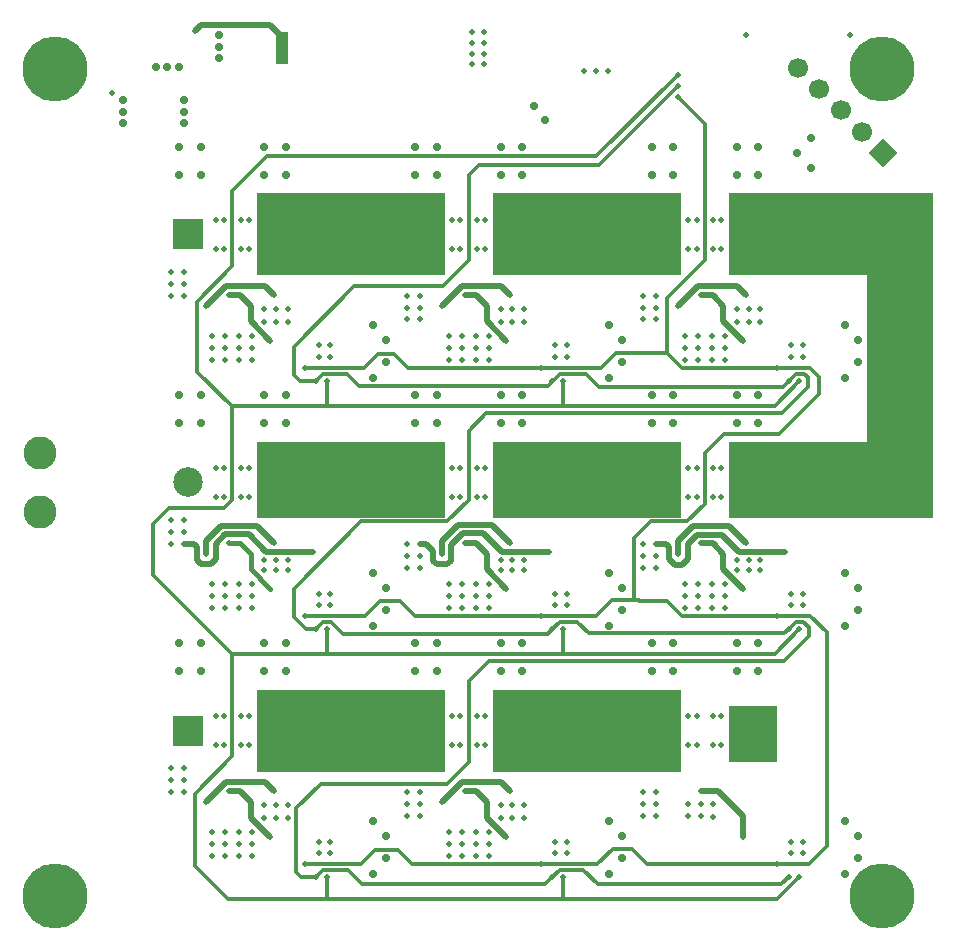
<source format=gbl>
G04*
G04 #@! TF.GenerationSoftware,Altium Limited,Altium Designer,23.3.1 (30)*
G04*
G04 Layer_Physical_Order=4*
G04 Layer_Color=16711680*
%FSLAX25Y25*%
%MOIN*%
G70*
G04*
G04 #@! TF.SameCoordinates,CC060F13-8039-4013-9EB4-17962B1888DE*
G04*
G04*
G04 #@! TF.FilePolarity,Positive*
G04*
G01*
G75*
%ADD11C,0.01181*%
%ADD58C,0.01968*%
%ADD60C,0.01575*%
%ADD108C,0.11024*%
%ADD109C,0.06693*%
%ADD110P,0.09465X4X180.0*%
%ADD111C,0.09843*%
%ADD112R,0.09843X0.09843*%
%ADD113C,0.21654*%
%ADD114C,0.01968*%
%ADD115C,0.02756*%
%ADD123C,0.01181*%
%ADD124R,0.03937X0.11024*%
%ADD125R,0.16142X0.18898*%
%ADD126R,0.68110X0.25591*%
%ADD127R,0.62992X0.27559*%
%ADD128R,0.62756X0.25591*%
%ADD129R,0.62756X0.25591*%
%ADD130R,0.66929X0.27559*%
%ADD131R,0.22047X1.07874*%
D11*
X66929Y217717D02*
X78740Y229528D01*
X66929Y194299D02*
Y217717D01*
Y194299D02*
X78740Y183071D01*
X212598Y138976D02*
X218110Y144488D01*
X212598Y118150D02*
Y138976D01*
X218110Y144488D02*
X230315D01*
X121653D02*
X150394D01*
X157480Y151575D01*
Y174803D01*
X230315Y144488D02*
X236221Y150394D01*
Y167323D01*
X205158Y118150D02*
X212598D01*
X214370D01*
X214410Y118110D02*
X223622D01*
X99213Y122047D02*
X121653Y144488D01*
X99213Y112598D02*
Y122047D01*
Y112598D02*
X103150Y108661D01*
X78740Y151575D02*
Y183071D01*
X52362Y126772D02*
X78740Y100394D01*
X52362Y126772D02*
Y143701D01*
X57480Y148819D01*
X75984D01*
X78740Y151575D01*
Y229528D02*
Y254724D01*
X90158Y266142D01*
X200098D02*
X227362Y293406D01*
X90158Y266142D02*
X200098D01*
X157480Y259842D02*
X161024Y263386D01*
X201083D02*
X227362Y289665D01*
X161024Y263386D02*
X201083D01*
X270866Y30315D02*
X276772Y36220D01*
Y107480D01*
X260343Y30315D02*
X270866D01*
X262570Y98003D02*
X270773Y106206D01*
X164145Y98003D02*
X262570D01*
X157480Y91339D02*
X164145Y98003D01*
X188978Y100394D02*
X259450D01*
X188978D02*
Y108661D01*
X109546Y100394D02*
X188978D01*
X78740D02*
X109546D01*
X259450D02*
X267718Y108661D01*
X109892Y100740D02*
X110238Y101086D01*
Y108661D01*
X109546Y100394D02*
X109892Y100740D01*
X102862Y112992D02*
X122835D01*
X127953Y118110D02*
X134646D01*
X122835Y112992D02*
X127953Y118110D01*
X134646D02*
X139764Y112992D01*
X181602D01*
X132677Y200394D02*
X137402Y195669D01*
X127165Y200394D02*
X132677D01*
X137402Y195669D02*
X181602D01*
X200787Y189370D02*
X262206D01*
X264175Y191339D01*
X266537Y193701D01*
X183860Y189764D02*
X187797Y193701D01*
X120866Y189764D02*
X183860D01*
X261726Y23536D02*
X264175Y25984D01*
X195669Y28346D02*
X200480Y23536D01*
X261726D01*
X183039Y23589D02*
X185435Y25984D01*
X117323Y28346D02*
X122080Y23589D01*
X183039D01*
X185435Y25984D02*
X187797Y28346D01*
X211811Y35433D02*
X216929Y30315D01*
X205512Y35433D02*
X211811D01*
X216929Y30315D02*
X260343D01*
X271260Y112992D02*
X276772Y107480D01*
X260343Y112992D02*
X271260D01*
X228740D02*
X260343D01*
X157480Y64173D02*
Y91339D01*
X150394Y57087D02*
X157480Y64173D01*
X270773Y106206D02*
Y109331D01*
X269080Y111024D02*
X270773Y109331D01*
X266537Y111024D02*
X269080D01*
X264175Y108661D02*
X266537Y111024D01*
X262657Y107144D02*
X264175Y108661D01*
X197581Y107144D02*
X262657D01*
X193701Y111024D02*
X197581Y107144D01*
X109057Y111024D02*
X111660D01*
X115621Y107063D01*
X183836D01*
X185435Y108661D02*
X187797Y111024D01*
X183836Y107063D02*
X185435Y108661D01*
X214370Y118150D02*
X214410Y118110D01*
X223622D02*
X228740Y112992D01*
X200000D02*
X205158Y118150D01*
X228740Y195669D02*
X260343D01*
X223622Y200787D02*
X228740Y195669D01*
X260343D02*
X271260D01*
X187797Y28346D02*
X195669D01*
X109057D02*
X117323D01*
X106694Y25984D02*
X109057Y28346D01*
X100000Y27559D02*
X101575Y25984D01*
X106694D01*
X100000Y27559D02*
Y48819D01*
X108268Y57087D01*
X150394D01*
X187797Y111024D02*
X193701D01*
X106694Y108661D02*
X109057Y111024D01*
X103150Y108661D02*
X106694D01*
X157480Y174803D02*
X163386Y180709D01*
X261811D01*
X270472Y189370D02*
Y192520D01*
X261811Y180709D02*
X270472Y189370D01*
X266537Y193701D02*
X269291D01*
X270472Y192520D01*
X188976Y18504D02*
X260238D01*
X109843D02*
X188976D01*
X188978Y18505D02*
Y25984D01*
X188976Y18504D02*
X188978Y18505D01*
X77165Y18504D02*
X109843D01*
X110238Y18899D01*
Y25984D01*
X260238Y18504D02*
X267718Y25984D01*
X66142Y29528D02*
X77165Y18504D01*
X66142Y29528D02*
Y53543D01*
X78740Y66142D01*
Y100394D01*
Y183071D02*
X110630D01*
X236221Y167323D02*
X242520Y173622D01*
X261024D01*
X274410Y187008D01*
X196457Y193701D02*
X200787Y189370D01*
X187797Y193701D02*
X196457D01*
X109057D02*
X116929D01*
X120866Y189764D01*
X106694Y191339D02*
X109057Y193701D01*
X110630Y183071D02*
X189370D01*
X110238Y183463D02*
Y191339D01*
Y183463D02*
X110630Y183071D01*
X189370D02*
X259450D01*
X188978Y183463D02*
Y191339D01*
Y183463D02*
X189370Y183071D01*
X259450D02*
X267718Y191339D01*
X119291Y222835D02*
X148819D01*
X99213Y202756D02*
X119291Y222835D01*
X148819D02*
X157480Y231496D01*
X99213Y193307D02*
Y202756D01*
Y193307D02*
X101181Y191339D01*
X106694D01*
X157480Y231496D02*
Y259842D01*
X133858Y35039D02*
X138583Y30315D01*
X181602D01*
X126378Y35039D02*
X133858D01*
X121653Y30315D02*
X126378Y35039D01*
X102862Y30315D02*
X121653D01*
X200394D02*
X205512Y35433D01*
X181602Y30315D02*
X200394D01*
X181602Y112992D02*
X200000D01*
X274410Y187008D02*
Y192520D01*
X271260Y195669D02*
X274410Y192520D01*
X102862Y195669D02*
X122441D01*
X127165Y200394D01*
X223622Y200787D02*
Y218898D01*
X206693Y200787D02*
X223622D01*
X201575Y195669D02*
X206693Y200787D01*
X181602Y195669D02*
X201575D01*
X223622Y218898D02*
X236221Y231496D01*
Y277067D01*
X227362Y285925D02*
X236221Y277067D01*
D58*
X66929Y131496D02*
X68110Y130315D01*
X71653D02*
X73228Y131890D01*
X68110Y130315D02*
X71653D01*
X66929Y131496D02*
Y135855D01*
X73228Y131890D02*
Y137008D01*
X62598Y137008D02*
X65776D01*
X66929Y135855D01*
X143307Y137008D02*
X145669Y134646D01*
X146822Y130315D02*
X150385D01*
X145669Y131468D02*
Y134646D01*
Y131468D02*
X146822Y130315D01*
X150385D02*
X151538Y131468D01*
Y136577D01*
X141339Y137008D02*
X143307D01*
X230709Y131890D02*
Y137008D01*
X228740Y129921D02*
X230709Y131890D01*
X226378Y129921D02*
X228740D01*
X224410Y131890D02*
X226378Y129921D01*
X224410Y131890D02*
Y135855D01*
X220079Y137008D02*
X223256D01*
X224410Y135855D01*
X90078Y134252D02*
X105512D01*
X76377Y140156D02*
X84173D01*
X90078Y134252D01*
X73228Y137008D02*
X76377Y140156D01*
X151538Y136577D02*
X155439Y140478D01*
X162278D02*
X168504Y134252D01*
X155439Y140478D02*
X162278D01*
X148688Y133661D02*
Y137970D01*
X153955Y143238D02*
X165284D01*
X148688Y137970D02*
X153955Y143238D01*
X165284D02*
X171317Y137205D01*
X86898Y142883D02*
X92577Y137205D01*
X69947Y138058D02*
X74773Y142883D01*
X86898D01*
X241886Y139851D02*
X247485Y134252D01*
X262992D01*
X233552Y139851D02*
X241886D01*
X227428Y133661D02*
Y138134D01*
X232207Y142913D01*
X244349D01*
X230709Y137008D02*
X233552Y139851D01*
X244349Y142913D02*
X250057Y137205D01*
X68110Y309842D02*
X91338D01*
X66142Y307874D02*
X68110Y309842D01*
X91338D02*
X94882Y306299D01*
X95276D01*
X168504Y134252D02*
X184252D01*
X69947Y133661D02*
Y138058D01*
X77625Y219882D02*
X81365D01*
X84908Y216339D01*
X69947D02*
X76443Y222835D01*
X89624D01*
X92577Y219882D01*
X240748Y54527D02*
X248819Y46457D01*
Y39370D02*
Y46457D01*
X235105Y54527D02*
X240748D01*
X163648Y45801D02*
Y50984D01*
Y45801D02*
X170079Y39370D01*
X84908Y45801D02*
X91339Y39370D01*
X84908Y45801D02*
Y50984D01*
X235105Y137205D02*
X238845D01*
X250057D02*
X250066D01*
X238845D02*
X242388Y133661D01*
Y128478D02*
Y133661D01*
X248819Y122047D02*
Y122047D01*
X242388Y128478D02*
X248819Y122047D01*
X163648Y128478D02*
X170079Y122047D01*
Y122047D02*
Y122047D01*
X163648Y128478D02*
Y133661D01*
X160105Y137205D02*
X163648Y133661D01*
X171317Y137205D02*
X171325D01*
X156365D02*
X160105D01*
X92577Y137205D02*
X92585D01*
X242388Y211155D02*
X248819Y204724D01*
Y204724D02*
Y204724D01*
X242388Y211155D02*
Y216339D01*
X238845Y219882D02*
X242388Y216339D01*
X250057Y219882D02*
X250066D01*
X235105D02*
X238845D01*
X227428Y216339D02*
X233924Y222835D01*
X247105D02*
X250057Y219882D01*
X233924Y222835D02*
X247105D01*
X155184D02*
X168365D01*
X171317Y219882D01*
X148688Y216339D02*
X155184Y222835D01*
X156365Y219882D02*
X160105D01*
X171317D02*
X171325D01*
X160105D02*
X163648Y216339D01*
Y211155D02*
Y216339D01*
X170079Y204724D02*
Y204724D01*
X163648Y211155D02*
X170079Y204724D01*
X84908Y211155D02*
X91339Y204724D01*
Y204724D02*
Y204724D01*
X84908Y211155D02*
Y216339D01*
X92577Y219882D02*
X92585D01*
X160105Y54527D02*
X163648Y50984D01*
X171317Y54527D02*
X171325D01*
X156365D02*
X160105D01*
X148688Y50984D02*
X155184Y57480D01*
X168365D02*
X171317Y54527D01*
X155184Y57480D02*
X168365D01*
X76443D02*
X89624D01*
X92577Y54527D01*
X69947Y50984D02*
X76443Y57480D01*
X77625Y54527D02*
X81365D01*
X92577D02*
X92585D01*
X81365D02*
X84908Y50984D01*
D60*
X81365Y137205D02*
X84908Y133661D01*
X77625Y137205D02*
X81365D01*
X84908Y128478D02*
Y133661D01*
X91339Y122047D02*
Y122047D01*
X84908Y128478D02*
X91339Y122047D01*
D108*
X14764Y147636D02*
D03*
Y167321D02*
D03*
D109*
X267354Y295638D02*
D03*
X274425Y288567D02*
D03*
X281496Y281496D02*
D03*
X288567Y274425D02*
D03*
D110*
X295638Y267354D02*
D03*
D111*
X172126Y74803D02*
D03*
X250866D02*
D03*
X93386D02*
D03*
X142835Y157480D02*
D03*
X221575D02*
D03*
X64095D02*
D03*
X250866Y240158D02*
D03*
X172126D02*
D03*
X93386D02*
D03*
D112*
X142598Y74803D02*
D03*
X221339D02*
D03*
X63858D02*
D03*
X172362Y157480D02*
D03*
X251102D02*
D03*
X93622D02*
D03*
X221339Y240158D02*
D03*
X142598D02*
D03*
X63858D02*
D03*
D113*
X295276Y295276D02*
D03*
X19685D02*
D03*
X295276Y19685D02*
D03*
X19685D02*
D03*
D114*
X38476Y287402D02*
D03*
X66142Y307874D02*
D03*
X158661Y296850D02*
D03*
Y300394D02*
D03*
Y307480D02*
D03*
Y303937D02*
D03*
X162598Y300394D02*
D03*
Y296850D02*
D03*
Y307480D02*
D03*
Y303937D02*
D03*
X262992Y134252D02*
D03*
X184252D02*
D03*
X105512D02*
D03*
X248819Y39370D02*
D03*
X170079D02*
D03*
X91339D02*
D03*
X268899Y33858D02*
D03*
X227362Y289665D02*
D03*
X227362Y293406D02*
D03*
Y285925D02*
D03*
X249893Y306693D02*
D03*
X284752D02*
D03*
X196063Y294488D02*
D03*
X200000D02*
D03*
X203937D02*
D03*
X264175Y25984D02*
D03*
X267718D02*
D03*
X268899Y37795D02*
D03*
X260343Y30315D02*
D03*
X264962Y37795D02*
D03*
Y33858D02*
D03*
X238976Y46063D02*
D03*
Y50394D02*
D03*
X230709Y46457D02*
D03*
Y50394D02*
D03*
X235039D02*
D03*
Y46457D02*
D03*
X220079Y133071D02*
D03*
X215748D02*
D03*
Y129134D02*
D03*
Y137008D02*
D03*
X220079D02*
D03*
Y129134D02*
D03*
X233858Y119685D02*
D03*
X229528D02*
D03*
X233858Y115748D02*
D03*
Y123622D02*
D03*
X229528Y115748D02*
D03*
Y123622D02*
D03*
X246850Y131496D02*
D03*
X250787D02*
D03*
X254724D02*
D03*
X250787Y128347D02*
D03*
X254724D02*
D03*
X235105Y137205D02*
D03*
X267718Y108661D02*
D03*
X242913Y115748D02*
D03*
X238583Y123622D02*
D03*
Y115748D02*
D03*
X242913Y119685D02*
D03*
X238583D02*
D03*
X268899Y120472D02*
D03*
Y116535D02*
D03*
X264962Y120472D02*
D03*
Y116535D02*
D03*
X250066Y137205D02*
D03*
X242388Y133661D02*
D03*
X241732Y152756D02*
D03*
X238976D02*
D03*
X241732Y162205D02*
D03*
X238976D02*
D03*
X227428Y133661D02*
D03*
X233465Y162205D02*
D03*
X230709D02*
D03*
X233465Y152756D02*
D03*
X230709D02*
D03*
X246850Y128347D02*
D03*
X242913Y123622D02*
D03*
X260343Y112992D02*
D03*
X264175Y108661D02*
D03*
X248819Y122047D02*
D03*
X170079D02*
D03*
X181602Y112992D02*
D03*
X164173Y123622D02*
D03*
X168110Y128347D02*
D03*
X151969Y152756D02*
D03*
X154724D02*
D03*
X151969Y162205D02*
D03*
X154724D02*
D03*
X148688Y133661D02*
D03*
X160236Y162205D02*
D03*
X162992D02*
D03*
X160236Y152756D02*
D03*
X162992D02*
D03*
X163648Y133661D02*
D03*
X171325Y137205D02*
D03*
X186222Y116535D02*
D03*
Y120472D02*
D03*
X190159Y116535D02*
D03*
Y120472D02*
D03*
X159843Y119685D02*
D03*
X164173D02*
D03*
X159843Y115748D02*
D03*
Y123622D02*
D03*
X164173Y115748D02*
D03*
X188978Y108661D02*
D03*
X156365Y137205D02*
D03*
X175984Y128347D02*
D03*
X172047D02*
D03*
X175984Y131496D02*
D03*
X172047D02*
D03*
X168110D02*
D03*
X150787Y123622D02*
D03*
Y115748D02*
D03*
X155118Y123622D02*
D03*
Y115748D02*
D03*
X150787Y119685D02*
D03*
X155118D02*
D03*
X141339Y129134D02*
D03*
Y137008D02*
D03*
X137008D02*
D03*
Y129134D02*
D03*
Y133071D02*
D03*
X141339D02*
D03*
X185435Y108661D02*
D03*
X76378Y119685D02*
D03*
X72047D02*
D03*
X76378Y115748D02*
D03*
Y123622D02*
D03*
X72047Y115748D02*
D03*
Y123622D02*
D03*
X89370Y131496D02*
D03*
X93307D02*
D03*
X97244D02*
D03*
X93307Y128347D02*
D03*
X97244D02*
D03*
X77625Y137205D02*
D03*
X110238Y108661D02*
D03*
X85433Y115748D02*
D03*
X81102Y123622D02*
D03*
Y115748D02*
D03*
X85433Y119685D02*
D03*
X81102D02*
D03*
X111419Y120472D02*
D03*
Y116535D02*
D03*
X107482Y120472D02*
D03*
Y116535D02*
D03*
X62598Y140945D02*
D03*
X58268D02*
D03*
X62598Y144882D02*
D03*
X58268D02*
D03*
Y137008D02*
D03*
X62598D02*
D03*
X92585Y137205D02*
D03*
X84908Y133661D02*
D03*
X84252Y152756D02*
D03*
X81496D02*
D03*
X84252Y162205D02*
D03*
X81496D02*
D03*
X69947Y133661D02*
D03*
X75984Y162205D02*
D03*
X73228D02*
D03*
X75984Y152756D02*
D03*
X73228D02*
D03*
X89370Y128347D02*
D03*
X85433Y123622D02*
D03*
X102862Y112992D02*
D03*
X106694Y108661D02*
D03*
X91339Y122047D02*
D03*
X185435Y191339D02*
D03*
X248819Y204724D02*
D03*
X264175Y191339D02*
D03*
X260343Y195669D02*
D03*
X242913Y206299D02*
D03*
X246850Y211024D02*
D03*
X230709Y235433D02*
D03*
X233465D02*
D03*
X230709Y244882D02*
D03*
X233465D02*
D03*
X227428Y216339D02*
D03*
X238976Y244882D02*
D03*
X241732D02*
D03*
X238976Y235433D02*
D03*
X241732D02*
D03*
X242388Y216339D02*
D03*
X250066Y219882D02*
D03*
X264962Y199213D02*
D03*
Y203150D02*
D03*
X268899Y199213D02*
D03*
Y203150D02*
D03*
X238583Y202362D02*
D03*
X242913D02*
D03*
X238583Y198425D02*
D03*
Y206299D02*
D03*
X242913Y198425D02*
D03*
X267718Y191339D02*
D03*
X235105Y219882D02*
D03*
X254724Y211024D02*
D03*
X250787D02*
D03*
X254724Y215354D02*
D03*
X250787D02*
D03*
X246850D02*
D03*
X229528Y206299D02*
D03*
Y198425D02*
D03*
X233858Y206299D02*
D03*
Y198425D02*
D03*
X229528Y202362D02*
D03*
X233858D02*
D03*
X220079Y211811D02*
D03*
Y219685D02*
D03*
X215748D02*
D03*
Y211811D02*
D03*
Y215748D02*
D03*
X220079D02*
D03*
X141339D02*
D03*
X137008D02*
D03*
Y211811D02*
D03*
Y219685D02*
D03*
X141339D02*
D03*
Y211811D02*
D03*
X155118Y202362D02*
D03*
X150787D02*
D03*
X155118Y198425D02*
D03*
Y206299D02*
D03*
X150787Y198425D02*
D03*
Y206299D02*
D03*
X168110Y215354D02*
D03*
X172047D02*
D03*
X175984D02*
D03*
X172047Y211024D02*
D03*
X175984D02*
D03*
X156365Y219882D02*
D03*
X188978Y191339D02*
D03*
X164173Y198425D02*
D03*
X159843Y206299D02*
D03*
Y198425D02*
D03*
X164173Y202362D02*
D03*
X159843D02*
D03*
X190159Y203150D02*
D03*
Y199213D02*
D03*
X186222Y203150D02*
D03*
Y199213D02*
D03*
X171325Y219882D02*
D03*
X163648Y216339D02*
D03*
X162992Y235433D02*
D03*
X160236D02*
D03*
X162992Y244882D02*
D03*
X160236D02*
D03*
X148688Y216339D02*
D03*
X154724Y244882D02*
D03*
X151969D02*
D03*
X154724Y235433D02*
D03*
X151969D02*
D03*
X168110Y211024D02*
D03*
X164173Y206299D02*
D03*
X181602Y195669D02*
D03*
X170079Y204724D02*
D03*
X91339D02*
D03*
X106694Y191339D02*
D03*
X102862Y195669D02*
D03*
X85433Y206299D02*
D03*
X89370Y211024D02*
D03*
X73228Y235433D02*
D03*
X75984D02*
D03*
X73228Y244882D02*
D03*
X75984D02*
D03*
X69947Y216339D02*
D03*
X81496Y244882D02*
D03*
X84252D02*
D03*
X81496Y235433D02*
D03*
X84252D02*
D03*
X84908Y216339D02*
D03*
X92585Y219882D02*
D03*
X62598Y219685D02*
D03*
X58268D02*
D03*
Y227559D02*
D03*
X62598D02*
D03*
X58268Y223622D02*
D03*
X62598D02*
D03*
X107482Y199213D02*
D03*
Y203150D02*
D03*
X111419Y199213D02*
D03*
Y203150D02*
D03*
X81102Y202362D02*
D03*
X85433D02*
D03*
X81102Y198425D02*
D03*
Y206299D02*
D03*
X85433Y198425D02*
D03*
X110238Y191339D02*
D03*
X77625Y219882D02*
D03*
X97244Y211024D02*
D03*
X93307D02*
D03*
X97244Y215354D02*
D03*
X93307D02*
D03*
X89370D02*
D03*
X72047Y206299D02*
D03*
Y198425D02*
D03*
X76378Y206299D02*
D03*
Y198425D02*
D03*
X72047Y202362D02*
D03*
X76378D02*
D03*
X241732Y70079D02*
D03*
X238976D02*
D03*
X241732Y79528D02*
D03*
X238976D02*
D03*
X235105Y54527D02*
D03*
X233465Y79528D02*
D03*
X230709D02*
D03*
X233465Y70079D02*
D03*
X230709D02*
D03*
X220079Y50394D02*
D03*
X215748D02*
D03*
Y46457D02*
D03*
Y54331D02*
D03*
X220079D02*
D03*
Y46457D02*
D03*
X141339D02*
D03*
Y54331D02*
D03*
X137008D02*
D03*
Y46457D02*
D03*
Y50394D02*
D03*
X141339D02*
D03*
X151969Y70079D02*
D03*
X154724D02*
D03*
X151969Y79528D02*
D03*
X154724D02*
D03*
X148688Y50984D02*
D03*
X160236Y79528D02*
D03*
X162992D02*
D03*
X160236Y70079D02*
D03*
X162992D02*
D03*
X163648Y50984D02*
D03*
X171325Y54527D02*
D03*
X186222Y33858D02*
D03*
Y37795D02*
D03*
X190159Y33858D02*
D03*
X181602Y30315D02*
D03*
X190159Y37795D02*
D03*
X159843Y37008D02*
D03*
X164173D02*
D03*
X159843Y33071D02*
D03*
Y40945D02*
D03*
X164173Y33071D02*
D03*
Y40945D02*
D03*
X188978Y25984D02*
D03*
X185435D02*
D03*
X156365Y54527D02*
D03*
X175984Y45669D02*
D03*
X172047D02*
D03*
X168110D02*
D03*
X175984Y50000D02*
D03*
X172047D02*
D03*
X168110D02*
D03*
X150787Y40945D02*
D03*
Y33071D02*
D03*
X155118Y40945D02*
D03*
Y33071D02*
D03*
X150787Y37008D02*
D03*
X155118D02*
D03*
X76378D02*
D03*
X72047D02*
D03*
X76378Y33071D02*
D03*
Y40945D02*
D03*
X72047Y33071D02*
D03*
Y40945D02*
D03*
X89370Y50000D02*
D03*
X93307D02*
D03*
X97244D02*
D03*
X89370Y45669D02*
D03*
X93307D02*
D03*
X97244D02*
D03*
X77625Y54527D02*
D03*
X106694Y25984D02*
D03*
X110238D02*
D03*
X85433Y40945D02*
D03*
Y33071D02*
D03*
X81102Y40945D02*
D03*
Y33071D02*
D03*
X85433Y37008D02*
D03*
X81102D02*
D03*
X111419Y37795D02*
D03*
X102862Y30315D02*
D03*
X111419Y33858D02*
D03*
X107482Y37795D02*
D03*
Y33858D02*
D03*
X62598Y58268D02*
D03*
X58268D02*
D03*
X62598Y62205D02*
D03*
X58268D02*
D03*
Y54331D02*
D03*
X62598D02*
D03*
X92585Y54527D02*
D03*
X84908Y50984D02*
D03*
X84252Y70079D02*
D03*
X81496D02*
D03*
X84252Y79528D02*
D03*
X81496D02*
D03*
X69947Y50984D02*
D03*
X75984Y79528D02*
D03*
X73228D02*
D03*
X75984Y70079D02*
D03*
X73228D02*
D03*
D115*
X42126Y277165D02*
D03*
Y281102D02*
D03*
Y285039D02*
D03*
X62598Y277165D02*
D03*
Y281102D02*
D03*
Y285039D02*
D03*
X74409Y306693D02*
D03*
Y302756D02*
D03*
Y298819D02*
D03*
X95276Y302362D02*
D03*
Y298425D02*
D03*
Y306299D02*
D03*
X179134Y282964D02*
D03*
X183071Y278240D02*
D03*
X266929Y267323D02*
D03*
X271654Y262205D02*
D03*
Y272441D02*
D03*
X125589Y44596D02*
D03*
X129921Y39478D02*
D03*
X129923Y32178D02*
D03*
X125591Y27060D02*
D03*
X204329Y44596D02*
D03*
X208661Y39478D02*
D03*
X208663Y32178D02*
D03*
X204331Y27060D02*
D03*
X283069Y44596D02*
D03*
X287402Y39478D02*
D03*
X287403Y32178D02*
D03*
X283071Y27060D02*
D03*
X283071Y127272D02*
D03*
X287403Y122154D02*
D03*
X287405Y114854D02*
D03*
X283072Y109736D02*
D03*
X204329Y127273D02*
D03*
X208661Y122155D02*
D03*
X208663Y114855D02*
D03*
X204331Y109737D02*
D03*
X125589Y127273D02*
D03*
X129921Y122155D02*
D03*
X129923Y114855D02*
D03*
X125591Y109737D02*
D03*
X125589Y209951D02*
D03*
X129921Y204833D02*
D03*
X129923Y197533D02*
D03*
X125591Y192414D02*
D03*
X204331Y209949D02*
D03*
X208663Y204831D02*
D03*
X208664Y197531D02*
D03*
X204332Y192413D02*
D03*
X283072D02*
D03*
X287405Y197531D02*
D03*
X287403Y204831D02*
D03*
X283071Y209949D02*
D03*
X61024Y296063D02*
D03*
X53150D02*
D03*
X57087D02*
D03*
X225591Y186614D02*
D03*
X218504D02*
D03*
X225591Y177165D02*
D03*
X218504D02*
D03*
X253937D02*
D03*
X246850D02*
D03*
X253937Y186614D02*
D03*
X246850D02*
D03*
X168110D02*
D03*
X175197D02*
D03*
X168110Y177165D02*
D03*
X175197D02*
D03*
X139764D02*
D03*
X146850D02*
D03*
X139764Y186614D02*
D03*
X146850D02*
D03*
X68110Y186614D02*
D03*
X61024D02*
D03*
X68110Y177165D02*
D03*
X61024D02*
D03*
X96457D02*
D03*
X89370D02*
D03*
X96457Y186614D02*
D03*
X89370D02*
D03*
X246850Y269291D02*
D03*
X253937D02*
D03*
X246850Y259842D02*
D03*
X253937D02*
D03*
X218504D02*
D03*
X225591D02*
D03*
X218504Y269291D02*
D03*
X225591D02*
D03*
X146850D02*
D03*
X139764D02*
D03*
X146850Y259842D02*
D03*
X139764D02*
D03*
X175197D02*
D03*
X168110D02*
D03*
X175197Y269291D02*
D03*
X168110D02*
D03*
X89370D02*
D03*
X96457D02*
D03*
X89370Y259842D02*
D03*
X96457D02*
D03*
X61024D02*
D03*
X68110D02*
D03*
X61024Y269291D02*
D03*
X68110D02*
D03*
X253937Y94488D02*
D03*
X246850D02*
D03*
X253937Y103937D02*
D03*
X246850D02*
D03*
X225591D02*
D03*
X218504D02*
D03*
X225591Y94488D02*
D03*
X218504D02*
D03*
X168110Y103937D02*
D03*
X175197D02*
D03*
X168110Y94488D02*
D03*
X175197D02*
D03*
X139764D02*
D03*
X146850D02*
D03*
X139764Y103937D02*
D03*
X146850D02*
D03*
X68110D02*
D03*
X61024D02*
D03*
X68110Y94488D02*
D03*
X61024D02*
D03*
X96457D02*
D03*
X89370D02*
D03*
X96457Y103937D02*
D03*
X89370D02*
D03*
D123*
X109892Y100740D02*
D03*
D124*
X95276Y302362D02*
D03*
D125*
X252165Y73622D02*
D03*
D126*
X278150Y158465D02*
D03*
D127*
X196850Y74803D02*
D03*
Y240158D02*
D03*
X118110Y74803D02*
D03*
Y240158D02*
D03*
D128*
X118228Y158465D02*
D03*
D129*
X196968D02*
D03*
D130*
X277559Y240158D02*
D03*
D131*
X301181Y200000D02*
D03*
M02*

</source>
